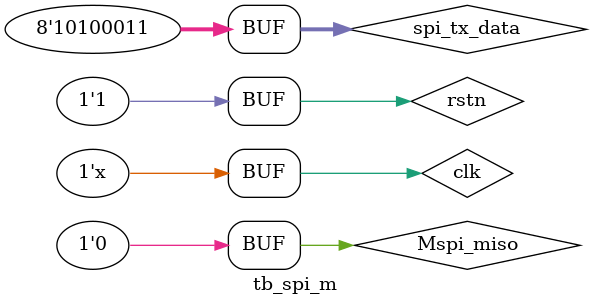
<source format=v>
module SPI_m#(
    parameter DATA_WIDTH = 8,
    parameter CLK_DIV    = 10
)(
    input sysclk,
    input rstn,

    //SPI_M
    output reg Mspi_sck,
    output reg Mspi_mosi, 
    input  Mspi_miso,

    output wire Mspi_sc,//片选信号线 

    //用户端
    input [ DATA_WIDTH - 1 : 0 ] spi_tx_data,
    output reg [ DATA_WIDTH - 1 : 0 ] spi_rx_data,

    input spi_req,
    output reg spi_rx_valid,
    output wire spi_busy 
);

/*----------使能信号----------*/
reg spi_en;
wire spi_done;

assign spi_done = (cnt_bit == DATA_WIDTH - 1 && cnt_div == CLK_DIV - 1);

always @(posedge sysclk ) begin
    if(~rstn)
        spi_en <= 1'b0;
    else if(spi_req)
        spi_en <= 1'b1;
    else if(spi_done)
        spi_en <= 1'b0;
end


assign  Mspi_sc  = ~spi_en;
assign  spi_busy = spi_en;

/*-----------分频------------*/

reg [3:0] cnt_div;

always @(posedge sysclk )begin
  if(~rstn)
    cnt_div <= 4'b0;
  else if(spi_en)begin
    if(cnt_div == CLK_DIV - 1)
      cnt_div <= 4'b0;
    else
      cnt_div <= cnt_div + 1;
  end
end

always @(posedge sysclk )begin
  if(~rstn)             //这里写的是SPI的11模式:CPOL=0,CPHA=1
    Mspi_sck <= 1'b0;
  else if(spi_en)begin
    if(cnt_div == 0)
      Mspi_sck <= 1'b1;
    else if(cnt_div == CLK_DIV / 2 - 1)
      Mspi_sck <= 1'b0;
  end
end

/* --------bit 计数--------------*/

reg [3:0] cnt_bit;

always @(posedge sysclk )begin
  if(~rstn)
    cnt_bit <= 4'b0;
  else if(spi_en)begin
    if(cnt_div == CLK_DIV - 1)begin//每个周期的最后一个时钟沿
      if(cnt_bit == DATA_WIDTH - 1)
        cnt_bit <= 4'b0;
      else
        cnt_bit <= cnt_bit + 1;
    end
  end
end




/*------------数据发送-------------*/
always @(posedge sysclk) begin
    if(~rstn)begin
        Mspi_mosi <= 0;
    end
    else if(spi_en)begin
        if(cnt_div == 0)
        Mspi_mosi <= spi_tx_data[DATA_WIDTH - 1 - cnt_bit];//计数器法进行并转串 
    end
    else
        Mspi_mosi <= 0;
end

/*---------------数据接收--------------*/
always @(posedge sysclk) begin
    if(~rstn)begin
        spi_rx_data <= 0;
    end
    else if(spi_en)begin
        if(cnt_div == CLK_DIV / 2 - 1)
        spi_rx_data <= {spi_rx_data[DATA_WIDTH - 2 : 0], Mspi_miso};//串转并
    end
end

/*--------------------接收数据完整的有效数据----------------*/

always @(posedge sysclk) begin
    if(~rstn)begin
        spi_rx_valid <= 0;
    end
    else if(cnt_bit == DATA_WIDTH - 1 && cnt_div == CLK_DIV - 1)begin//接收完整的数据
        spi_rx_valid <= 1'b1;
    end
    else
        spi_rx_valid <= 0;
end


endmodule























`timescale 1ns/1ns

module tb_spi_m();

reg clk;
reg rstn;
wire sck;
wire busy;
reg spi_req;

wire [7:0] spi_tx_data = 8'b1010_0011;
wire [7:0] spi_rx_data;

wire spi_rx_valid;

reg Mspi_miso;
wire Mspi_sc;
wire Mspi_mosi;

initial begin
    clk = 1'b0;
end

always#10 clk = ~clk;

initial begin
    rstn = 1'b0;
    #100 rstn = 1'b1;
    Mspi_miso = 1'b0;
    #100 Mspi_miso = 1'b1;
    #100 Mspi_miso = 1'b0;
    #100 Mspi_miso = 1'b1;
    #300 Mspi_miso = 1'b0;
    #100 Mspi_miso = 1'b1;
    #300 Mspi_miso = 1'b0;
    #300 Mspi_miso = 1'b0;
end

initial begin
    spi_req = 1'b0;
    #300 spi_req = 1'b1;
end



always @(posedge clk) begin
    if(~rstn)
        spi_req <= 1'b0;
    else if(~busy)
        spi_req <= 1'b1;
    else
        spi_req <= 1'b0;
end



SPI_m spi_m_inst(
    .sysclk(clk),
    .rstn(rstn),

    //SPI_M
    .Mspi_sck(sck),
    .Mspi_mosi(Mspi_mosi), 
    .Mspi_miso(Mspi_miso),

    .Mspi_sc(Mspi_sc),//片选信号线 

    //用户端
    .spi_tx_data(spi_tx_data),
    .spi_rx_data(spi_rx_data),

    .spi_req(spi_req),
    .spi_rx_valid(spi_rx_valid),
    .spi_busy(busy) 
);

endmodule
</source>
